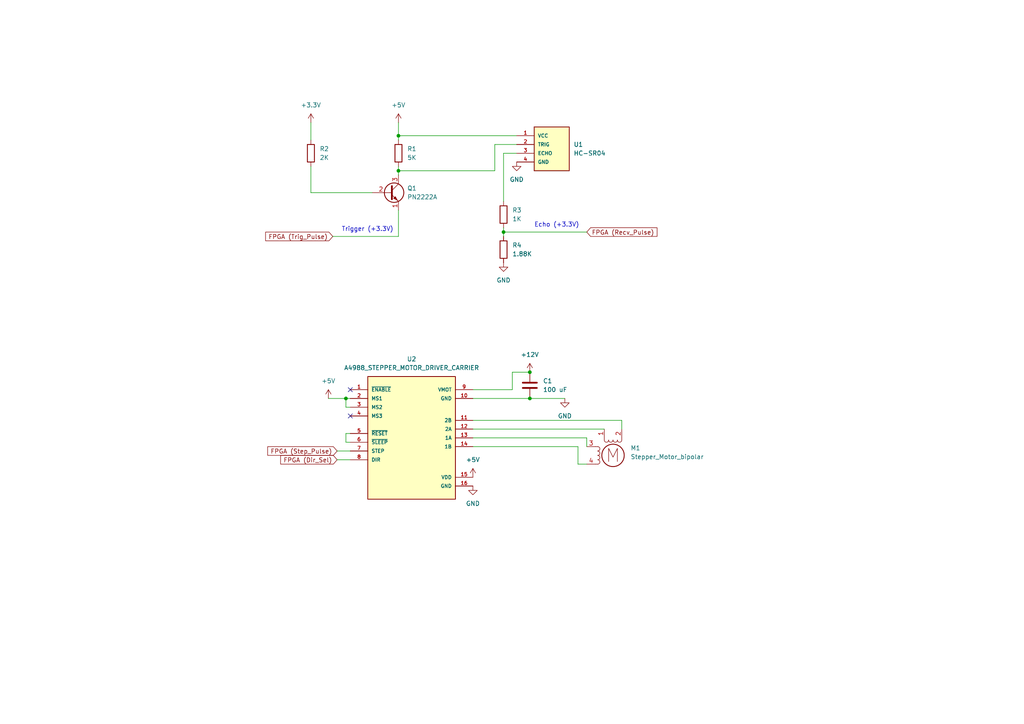
<source format=kicad_sch>
(kicad_sch (version 20230121) (generator eeschema)
  (paper "A4")
  (title_block (title "autoDistance") (date "2023-10-28") (rev "A"))
  (lib_symbols
    (symbol "A4988_STEPPER_MOTOR_DRIVER_CARRIER:A4988_STEPPER_MOTOR_DRIVER_CARRIER" (pin_names (offset 1.016))
      (property "Reference" "U" (at -12.7 19.05 0))
      (property "Value" "A4988_STEPPER_MOTOR_DRIVER_CARRIER" (at -12.7 -21.59 0))
      (symbol "A4988_STEPPER_MOTOR_DRIVER_CARRIER_0_0"
        (rectangle (start -12.7 17.78) (end 12.7 -17.78) (stroke (width 0.254)) (fill (type background)))
        (pin input line (at -17.78 13.97 0) (length 5.08) (name "~{ENABLE}") (number "1"))
        (pin input line (at -17.78 11.43 0) (length 5.08) (name "MS1") (number "2"))
        (pin input line (at -17.78 8.89 0) (length 5.08) (name "MS2") (number "3"))
        (pin input line (at -17.78 6.35 0) (length 5.08) (name "MS3") (number "4"))
        (pin input line (at -17.78 1.27 0) (length 5.08) (name "~{RESET}") (number "5"))
        (pin input line (at -17.78 -1.27 0) (length 5.08) (name "~{SLEEP}") (number "6"))
        (pin input line (at -17.78 -3.81 0) (length 5.08) (name "STEP") (number "7"))
        (pin input line (at -17.78 -6.35 0) (length 5.08) (name "DIR") (number "8"))
      )
      (symbol "A4988_STEPPER_MOTOR_DRIVER_CARRIER_1_0"
        (pin power_in line (at 17.78 11.43 180) (length 5.08) (name "GND") (number "10"))
        (pin output line (at 17.78 5.08 180) (length 5.08) (name "2B") (number "11"))
        (pin output line (at 17.78 2.54 180) (length 5.08) (name "2A") (number "12"))
        (pin output line (at 17.78 0 180) (length 5.08) (name "1A") (number "13"))
        (pin output line (at 17.78 -2.54 180) (length 5.08) (name "1B") (number "14"))
        (pin power_in line (at 17.78 -11.43 180) (length 5.08) (name "VDD") (number "15"))
        (pin power_in line (at 17.78 -13.97 180) (length 5.08) (name "GND") (number "16"))
        (pin power_in line (at 17.78 13.97 180) (length 5.08) (name "VMOT") (number "9"))
      )
    )
    (symbol "Device:C" (pin_numbers hide) (pin_names (offset 0.254))
      (property "Reference" "C" (at 0.635 2.54 0))
      (property "Value" "C" (at 0.635 -2.54 0))
      (symbol "C_0_1"
        (polyline (pts (xy -2.032 -0.762) (xy 2.032 -0.762)) (stroke (width 0.508)))
        (polyline (pts (xy -2.032 0.762) (xy 2.032 0.762)) (stroke (width 0.508)))
      )
      (symbol "C_1_1"
        (pin passive line (at 0 3.81 270) (length 2.794) (name "~") (number "1"))
        (pin passive line (at 0 -3.81 90) (length 2.794) (name "~") (number "2"))
      )
    )
    (symbol "Device:R" (pin_numbers hide) (pin_names (offset 0))
      (property "Reference" "R" (at 2.032 0 90))
      (property "Value" "R" (at 0 0 90))
      (symbol "R_0_1"
        (rectangle (start -1.016 -2.54) (end 1.016 2.54) (stroke (width 0.254)))
      )
      (symbol "R_1_1"
        (pin passive line (at 0 3.81 270) (length 1.27) (name "~") (number "1"))
        (pin passive line (at 0 -3.81 90) (length 1.27) (name "~") (number "2"))
      )
    )
    (symbol "Motor:Stepper_Motor_bipolar" (pin_names (offset 0) hide)
      (property "Reference" "M" (at 3.81 2.54 0))
      (property "Value" "Stepper_Motor_bipolar" (at 3.81 1.27 0))
      (symbol "Stepper_Motor_bipolar_0_0"
        (polyline (pts (xy -1.27 -1.778) (xy -1.27 2.032) (xy 0 -0.508) (xy 1.27 2.032) (xy 1.27 -1.778)))
      )
      (symbol "Stepper_Motor_bipolar_0_1"
        (arc (start -4.445 -2.54) (mid -3.8127 -1.905) (end -4.445 -1.27))
        (arc (start -4.445 -1.27) (mid -3.8127 -0.635) (end -4.445 0))
        (arc (start -4.445 0) (mid -3.8127 0.635) (end -4.445 1.27))
        (arc (start -4.445 1.27) (mid -3.8127 1.905) (end -4.445 2.54))
        (arc (start -2.54 4.445) (mid -1.905 3.8127) (end -1.27 4.445))
        (arc (start -1.27 4.445) (mid -0.635 3.8127) (end 0 4.445))
        (polyline (pts (xy -5.08 -2.54) (xy -4.445 -2.54)))
        (polyline (pts (xy -5.08 2.54) (xy -4.445 2.54)))
        (polyline (pts (xy -2.54 5.08) (xy -2.54 4.445)))
        (polyline (pts (xy 2.54 5.08) (xy 2.54 4.445)))
        (circle (center 0 0) (radius 3.2512) (stroke (width 0.254)))
        (arc (start 0 4.445) (mid 0.635 3.8127) (end 1.27 4.445))
        (arc (start 1.27 4.445) (mid 1.905 3.8127) (end 2.54 4.445))
      )
      (symbol "Stepper_Motor_bipolar_1_1"
        (pin passive line (at -2.54 7.62 270) (length 2.54) (name "~") (number "1"))
        (pin passive line (at 2.54 7.62 270) (length 2.54) (name "-") (number "2"))
        (pin passive line (at -7.62 2.54 0) (length 2.54) (name "~") (number "3"))
        (pin passive line (at -7.62 -2.54 0) (length 2.54) (name "~") (number "4"))
      )
    )
    (symbol "Transistor_BJT:PN2222A" (pin_names (offset 0) hide)
      (property "Reference" "Q" (at 5.08 1.905 0))
      (property "Value" "PN2222A" (at 5.08 0 0))
      (symbol "PN2222A_0_1"
        (polyline (pts (xy 0 0) (xy 0.635 0)))
        (polyline (pts (xy 2.54 -2.54) (xy 0.635 -0.635)))
        (polyline (pts (xy 2.54 2.54) (xy 0.635 0.635)))
        (polyline (pts (xy 0.635 1.905) (xy 0.635 -1.905) (xy 0.635 -1.905)) (stroke (width 0.508)))
        (polyline (pts (xy 2.413 -2.413) (xy 1.905 -1.905) (xy 1.905 -1.905)))
        (polyline (pts (xy 1.143 -1.651) (xy 1.651 -1.143) (xy 2.159 -2.159) (xy 1.143 -1.651) (xy 1.143 -1.651)) (fill (type outline)))
        (circle (center 1.27 0) (radius 2.8194) (stroke (width 0.254)))
      )
      (symbol "PN2222A_1_1"
        (pin passive line (at 2.54 -5.08 90) (length 2.54) (name "E") (number "1"))
        (pin input line (at -5.08 0 0) (length 5.08) (name "B") (number "2"))
        (pin passive line (at 2.54 5.08 270) (length 2.54) (name "C") (number "3"))
      )
    )
    (symbol "mySensors:HC-SR04" (pin_names (offset 1.016))
      (property "Reference" "U" (at 0 5.0813 0))
      (property "Value" "HC-SR04" (at 0 -10.163 0))
      (symbol "HC-SR04_0_0"
        (rectangle (start 0 -7.62) (end 10.16 5.08) (stroke (width 0.254)) (fill (type background)))
        (pin power_in line (at -5.08 2.54 0) (length 5.08) (name "VCC") (number "1"))
        (pin bidirectional line (at -5.08 0 0) (length 5.08) (name "TRIG") (number "2"))
        (pin bidirectional line (at -5.08 -2.54 0) (length 5.08) (name "ECHO") (number "3"))
        (pin power_in line (at -5.08 -5.08 0) (length 5.08) (name "GND") (number "4"))
      )
    )
    (symbol "power:+12V" (power) (pin_names (offset 0))
      (property "Value" "+12V" (at 0 3.556 0))
      (symbol "+12V_0_1"
        (polyline (pts (xy -0.762 1.27) (xy 0 2.54)))
        (polyline (pts (xy 0 0) (xy 0 2.54)))
        (polyline (pts (xy 0 2.54) (xy 0.762 1.27)))
      )
      (symbol "+12V_1_1"
        (pin power_in line (at 0 0 90) (length 0) hide (name "+12V") (number "1"))
      )
    )
    (symbol "power:+3.3V" (power) (pin_names (offset 0))
      (property "Value" "+3.3V" (at 0 3.556 0))
      (symbol "+3.3V_0_1"
        (polyline (pts (xy -0.762 1.27) (xy 0 2.54)))
        (polyline (pts (xy 0 0) (xy 0 2.54)))
        (polyline (pts (xy 0 2.54) (xy 0.762 1.27)))
      )
      (symbol "+3.3V_1_1"
        (pin power_in line (at 0 0 90) (length 0) hide (name "+3.3V") (number "1"))
      )
    )
    (symbol "power:+5V" (power) (pin_names (offset 0))
      (property "Value" "+5V" (at 0 3.556 0))
      (symbol "+5V_0_1"
        (polyline (pts (xy -0.762 1.27) (xy 0 2.54)))
        (polyline (pts (xy 0 0) (xy 0 2.54)))
        (polyline (pts (xy 0 2.54) (xy 0.762 1.27)))
      )
      (symbol "+5V_1_1"
        (pin power_in line (at 0 0 90) (length 0) hide (name "+5V") (number "1"))
      )
    )
    (symbol "power:GND" (power) (pin_names (offset 0))
      (property "Value" "GND" (at 0 -3.81 0))
      (symbol "GND_0_1"
        (polyline (pts (xy 0 0) (xy 0 -1.27) (xy 1.27 -1.27) (xy 0 -2.54) (xy -1.27 -1.27) (xy 0 -1.27)))
      )
      (symbol "GND_1_1"
        (pin power_in line (at 0 0 270) (length 0) hide (name "GND") (number "1"))
      )
    )
  )
  (junction (at 115.57 49.53))
  (junction (at 153.67 107.95))
  (junction (at 115.57 39.37))
  (junction (at 146.05 67.31))
  (junction (at 153.67 115.57))
  (junction (at 100.33 115.57))
  (no_connect (at 101.6 113.03))
  (no_connect (at 101.6 120.65))
  (wire (pts (xy 97.79 130.81) (xy 101.6 130.81)))
  (wire (pts (xy 115.57 68.58) (xy 115.57 60.96)))
  (wire (pts (xy 170.18 127) (xy 170.18 129.54)))
  (wire (pts (xy 115.57 40.64) (xy 115.57 39.37)))
  (wire (pts (xy 143.51 41.91) (xy 143.51 49.53)))
  (wire (pts (xy 170.18 134.62) (xy 167.64 134.62)))
  (wire (pts (xy 107.95 55.88) (xy 90.17 55.88)))
  (wire (pts (xy 137.16 115.57) (xy 153.67 115.57)))
  (wire (pts (xy 149.86 44.45) (xy 146.05 44.45)))
  (wire (pts (xy 100.33 115.57) (xy 101.6 115.57)))
  (wire (pts (xy 153.67 115.57) (xy 163.83 115.57)))
  (wire (pts (xy 101.6 128.27) (xy 100.33 128.27)))
  (wire (pts (xy 167.64 134.62) (xy 167.64 129.54)))
  (wire (pts (xy 180.34 121.92) (xy 137.16 121.92)))
  (wire (pts (xy 115.57 49.53) (xy 115.57 50.8)))
  (wire (pts (xy 148.59 113.03) (xy 148.59 107.95)))
  (wire (pts (xy 96.52 68.58) (xy 115.57 68.58)))
  (wire (pts (xy 95.25 115.57) (xy 100.33 115.57)))
  (wire (pts (xy 90.17 55.88) (xy 90.17 48.26)))
  (wire (pts (xy 115.57 39.37) (xy 115.57 35.56)))
  (wire (pts (xy 167.64 129.54) (xy 137.16 129.54)))
  (wire (pts (xy 153.67 107.95) (xy 148.59 107.95)))
  (wire (pts (xy 180.34 124.46) (xy 180.34 121.92)))
  (wire (pts (xy 115.57 39.37) (xy 149.86 39.37)))
  (wire (pts (xy 137.16 127) (xy 170.18 127)))
  (wire (pts (xy 149.86 41.91) (xy 143.51 41.91)))
  (wire (pts (xy 100.33 118.11) (xy 100.33 115.57)))
  (wire (pts (xy 146.05 66.04) (xy 146.05 67.31)))
  (wire (pts (xy 101.6 118.11) (xy 100.33 118.11)))
  (wire (pts (xy 137.16 113.03) (xy 148.59 113.03)))
  (wire (pts (xy 115.57 48.26) (xy 115.57 49.53)))
  (wire (pts (xy 146.05 67.31) (xy 170.18 67.31)))
  (wire (pts (xy 97.79 133.35) (xy 101.6 133.35)))
  (wire (pts (xy 100.33 128.27) (xy 100.33 125.73)))
  (wire (pts (xy 90.17 40.64) (xy 90.17 35.56)))
  (wire (pts (xy 115.57 49.53) (xy 143.51 49.53)))
  (wire (pts (xy 146.05 44.45) (xy 146.05 58.42)))
  (wire (pts (xy 100.33 125.73) (xy 101.6 125.73)))
  (wire (pts (xy 137.16 124.46) (xy 175.26 124.46)))
  (wire (pts (xy 146.05 67.31) (xy 146.05 68.58)))
  (text "Echo (+3.3V)" (at 154.94 66.04 0) (effects (font (size 1.27 1.27)) (justify left bottom)))
  (text "Trigger (+3.3V)" (at 99.06 67.31 0) (effects (font (size 1.27 1.27)) (justify left bottom)))
  (global_label "FPGA (Trig_Pulse)" (shape input) (at 96.52 68.58 180) (property "Intersheetrefs" "${INTERSHEET_REFS}" (effects hide)))
  (global_label "FPGA (Recv_Pulse)" (shape input) (at 170.18 67.31 0) (property "Intersheetrefs" "${INTERSHEET_REFS}" (effects hide)))
  (global_label "FPGA (Dir_Sel)" (shape input) (at 97.79 133.35 180) (property "Intersheetrefs" "${INTERSHEET_REFS}" (effects hide)))
  (global_label "FPGA (Step_Pulse)" (shape input) (at 97.79 130.81 180) (property "Intersheetrefs" "${INTERSHEET_REFS}" (effects hide)))
  (symbol (lib_id "power:+3.3V") (at 90.17 35.56 0) (unit 1)
    (property "Reference" "#PWR02" (effects hide))
    (property "Value" "+3.3V" (at 90.17 30.48 0))
  )
  (symbol (lib_id "Device:R") (at 146.05 72.39 0) (unit 1)
    (property "Reference" "R4" (at 148.59 71.12 0) (effects (justify left)))
    (property "Value" "1.88K" (at 148.59 73.66 0) (effects (justify left)))
    (property "Footprint" "Resistor_THT:R_Axial_DIN0309_L9.0mm_D3.2mm_P15.24mm_Horizontal" (effects hide))
  )
  (symbol (lib_id "power:GND") (at 149.86 46.99 0) (unit 1)
    (property "Reference" "#PWR03" (effects hide))
    (property "Value" "GND" (at 149.86 52.07 0))
  )
  (symbol (lib_id "power:GND") (at 163.83 115.57 0) (unit 1)
    (property "Reference" "#PWR06" (effects hide))
    (property "Value" "GND" (at 163.83 120.65 0))
  )
  (symbol (lib_id "power:+5V") (at 115.57 35.56 0) (unit 1)
    (property "Reference" "#PWR01" (effects hide))
    (property "Value" "+5V" (at 115.57 30.48 0))
  )
  (symbol (lib_id "power:+5V") (at 95.25 115.57 0) (unit 1)
    (property "Reference" "#PWR09" (effects hide))
    (property "Value" "+5V" (at 95.25 110.49 0))
  )
  (symbol (lib_id "Device:R") (at 146.05 62.23 0) (unit 1)
    (property "Reference" "R3" (at 148.59 60.96 0) (effects (justify left)))
    (property "Value" "1K" (at 148.59 63.5 0) (effects (justify left)))
    (property "Footprint" "Resistor_THT:R_Axial_DIN0309_L9.0mm_D3.2mm_P15.24mm_Horizontal" (effects hide))
  )
  (symbol (lib_id "A4988_STEPPER_MOTOR_DRIVER_CARRIER:A4988_STEPPER_MOTOR_DRIVER_CARRIER") (at 119.38 127 0) (unit 1)
    (property "Reference" "U2" (at 119.38 104.14 0))
    (property "Value" "A4988_STEPPER_MOTOR_DRIVER_CARRIER" (at 119.38 106.68 0))
    (property "Footprint" "1-myComponents:MODULE_A4988_STEPPER_MOTOR_DRIVER_CARRIER" (effects hide))
    (property "MF" "Pololu" (effects hide))
    (property "DESCRIPTION" "Stepper motor controler; IC: A4988; 1A; Uin mot: 8÷35V" (effects hide))
    (property "PACKAGE" "None" (effects hide))
    (property "PRICE" "None" (effects hide))
    (property "Package" "None" (effects hide))
    (property "Check_prices" "https://www.snapeda.com/parts/A4988%20STEPPER%20MOTOR%20DRIVER%20CARRIER/Pololu/view-part/?ref=eda" (effects hide))
    (property "Price" "None" (effects hide))
    (property "SnapEDA_Link" "https://www.snapeda.com/parts/A4988%20STEPPER%20MOTOR%20DRIVER%20CARRIER/Pololu/view-part/?ref=snap" (effects hide))
    (property "MP" "A4988 STEPPER MOTOR DRIVER CARRIER" (effects hide))
    (property "Availability" "Not in stock" (effects hide))
    (property "AVAILABILITY" "Unavailable" (effects hide))
    (property "Description" "\nStepper Motor Driver\n" (effects hide))
  )
  (symbol (lib_id "Transistor_BJT:PN2222A") (at 113.03 55.88 0) (unit 1)
    (property "Reference" "Q1" (at 118.11 54.61 0) (effects (justify left)))
    (property "Value" "PN2222A" (at 118.11 57.15 0) (effects (justify left)))
    (property "Footprint" "Package_TO_SOT_THT:TO-92_Inline" (effects hide))
    (property "Datasheet" "https://www.onsemi.com/pub/Collateral/PN2222-D.PDF" (effects hide))
  )
  (symbol (lib_id "mySensors:HC-SR04") (at 154.94 41.91 0) (unit 1)
    (property "Reference" "U1" (at 166.37 41.91 0) (effects (justify left)))
    (property "Value" "HC-SR04" (at 166.37 44.45 0) (effects (justify left)))
    (property "Footprint" "1-myComponents:XCVR_HC-SR04" (effects hide))
    (property "MF" "OSEPP Electronics" (effects hide))
    (property "Description" "\nUltrasonic Sensor Module,Rectangular,20-4000 mm,5 V,15 mA,Arduino Compatible | OSEPP HC-SR04\n" (effects hide))
    (property "Package" "None" (effects hide))
    (property "Price" "None" (effects hide))
    (property "Check_prices" "https://www.snapeda.com/parts/HC-SR04/Applied+Avionics/view-part/?ref=eda" (effects hide))
    (property "SnapEDA_Link" "https://www.snapeda.com/parts/HC-SR04/Applied+Avionics/view-part/?ref=snap" (effects hide))
    (property "MP" "HC-SR04" (effects hide))
    (property "Purchase-URL" "https://www.snapeda.com/api/url_track_click_mouser/?unipart_id=4502985&manufacturer=OSEPP Electronics&part_name=HC-SR04&search_term=hcsr04" (effects hide))
    (property "Availability" "In Stock" (effects hide))
    (property "MANUFACTURER" "Osepp" (effects hide))
  )
  (symbol (lib_id "power:+12V") (at 153.67 107.95 0) (unit 1)
    (property "Reference" "#PWR05" (effects hide))
    (property "Value" "+12V" (at 153.67 102.87 0))
  )
  (symbol (lib_id "power:GND") (at 137.16 140.97 0) (unit 1)
    (property "Reference" "#PWR07" (effects hide))
    (property "Value" "GND" (at 137.16 146.05 0))
  )
  (symbol (lib_id "Device:C") (at 153.67 111.76 0) (unit 1)
    (property "Reference" "C1" (at 157.48 110.49 0) (effects (justify left)))
    (property "Value" "100 uF" (at 157.48 113.03 0) (effects (justify left)))
    (property "Footprint" "Capacitor_THT:CP_Radial_D8.0mm_P2.50mm" (effects hide))
  )
  (symbol (lib_id "power:+5V") (at 137.16 138.43 0) (unit 1)
    (property "Reference" "#PWR08" (effects hide))
    (property "Value" "+5V" (at 137.16 133.35 0))
  )
  (symbol (lib_id "Device:R") (at 90.17 44.45 180) (unit 1)
    (property "Reference" "R2" (at 92.71 43.18 0) (effects (justify right)))
    (property "Value" "2K" (at 92.71 45.72 0) (effects (justify right)))
    (property "Footprint" "Resistor_THT:R_Axial_DIN0309_L9.0mm_D3.2mm_P15.24mm_Horizontal" (effects hide))
  )
  (symbol (lib_id "Motor:Stepper_Motor_bipolar") (at 177.8 132.08 0) (unit 1)
    (property "Reference" "M1" (at 182.88 129.9591 0) (effects (justify left)))
    (property "Value" "Stepper_Motor_bipolar" (at 182.88 132.4991 0) (effects (justify left)))
    (property "Datasheet" "http://www.infineon.com/dgdl/Application-Note-TLE8110EE_driving_UniPolarStepperMotor_V1.1.pdf?fileId=db3a30431be39b97011be5d0aa0a00b0" (effects hide))
  )
  (symbol (lib_id "Device:R") (at 115.57 44.45 0) (unit 1)
    (property "Reference" "R1" (at 118.11 43.18 0) (effects (justify left)))
    (property "Value" "5K" (at 118.11 45.72 0) (effects (justify left)))
    (property "Footprint" "Resistor_THT:R_Axial_DIN0309_L9.0mm_D3.2mm_P15.24mm_Horizontal" (effects hide))
  )
  (symbol (lib_id "power:GND") (at 146.05 76.2 0) (unit 1)
    (property "Reference" "#PWR04" (effects hide))
    (property "Value" "GND" (at 146.05 81.28 0))
  )
)
</source>
